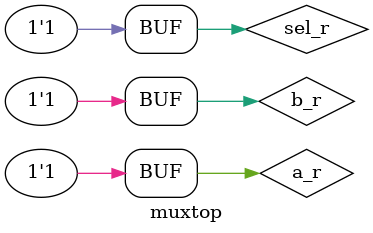
<source format=sv>
module muxtop ;

  reg a_r;
  reg b_r;
  reg sel_r;

  wire o1w;

  mux inst1 (.a(a_r),.b(b_r),.sel(sel_r),.o1(o1w));

  initial begin
    a_r <= 0;
    b_r <= 0;
    sel_r <= 0;
 
    #10; 
    a_r <= 0;
    b_r <= 1;
    sel_r <= 0; 

    #10; 
    a_r <= 1;
    b_r <= 0;
    sel_r <= 0;

    #10; 
    a_r <= 1;
    b_r <= 1;
    sel_r <= 0; 
  
///////////////
    
    #10;
    a_r <= 0;
    b_r <= 0;
    sel_r <= 1;

    #10;
    a_r <= 0;
    b_r <= 1;
    sel_r <= 1;
 
    #10; 
    a_r <= 1;
    b_r <= 0;
    sel_r <= 1; 

    #10; 
    a_r <= 1;
    b_r <= 1;
    sel_r <= 1; 
  
    #10;

   //$finish();
  end

endmodule 
</source>
